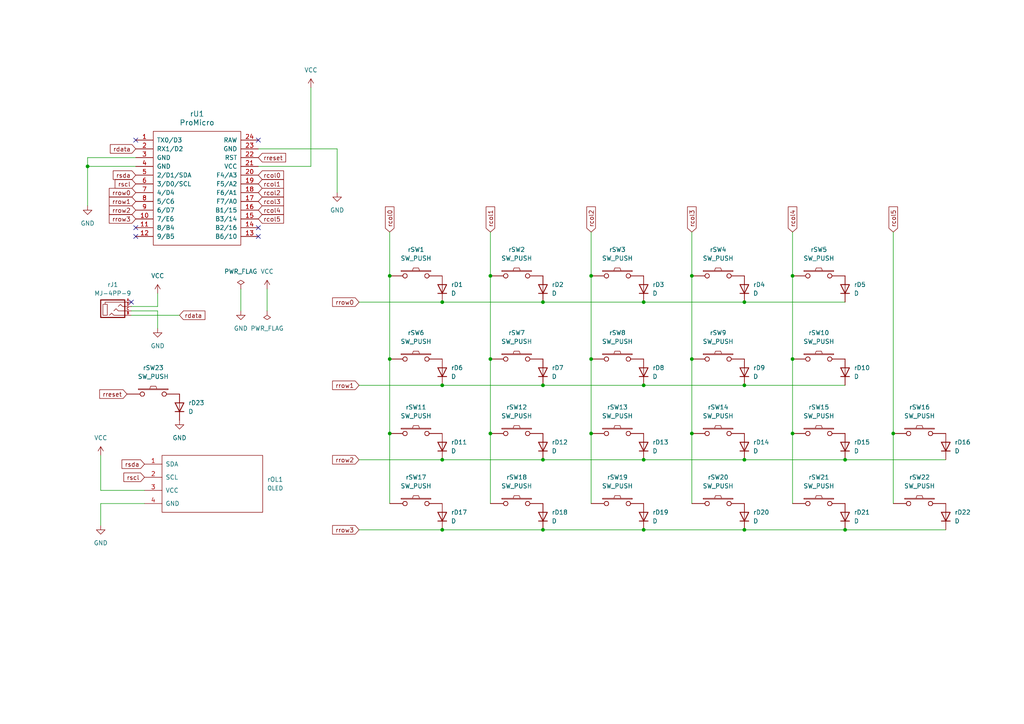
<source format=kicad_sch>
(kicad_sch (version 20230121) (generator eeschema)
  (paper "A4")
  (lib_symbols
    (symbol "Device:D" (pin_numbers hide) (pin_names (offset 1.016) hide)
      (property "Reference" "D" (at 0 2.54 0))
      (property "Value" "D" (at 0 -2.54 0))
      (symbol "D_0_1"
        (polyline (pts (xy -1.27 1.27) (xy -1.27 -1.27)) (stroke (width 0.254)))
        (polyline (pts (xy 1.27 0) (xy -1.27 0)))
        (polyline (pts (xy 1.27 1.27) (xy 1.27 -1.27) (xy -1.27 0) (xy 1.27 1.27)) (stroke (width 0.254)))
      )
      (symbol "D_1_1"
        (pin passive line (at -3.81 0 0) (length 2.54) (name "K") (number "1"))
        (pin passive line (at 3.81 0 180) (length 2.54) (name "A") (number "2"))
      )
    )
    (symbol "kbd:MJ-4PP-9" (pin_names (offset 1.016))
      (property "Reference" "J1" (at -0.3175 7.62 0))
      (property "Value" "MJ-4PP-9" (at -0.3175 5.08 0))
      (symbol "MJ-4PP-9_0_1"
        (rectangle (start -1.905 -1.27) (end -3.175 1.905))
        (polyline (pts (xy -2.54 1.905) (xy -2.54 2.54) (xy 3.175 2.54)))
        (polyline (pts (xy -1.27 -1.27) (xy -0.635 -0.635) (xy 0 -1.27) (xy 3.175 -1.27)))
        (polyline (pts (xy 0 0) (xy 0.635 0.635) (xy 1.27 0) (xy 3.175 0)))
        (polyline (pts (xy 1.27 1.27) (xy 1.905 1.905) (xy 2.54 1.27) (xy 3.175 1.27)))
        (rectangle (start 3.175 3.175) (end -3.81 -1.905) (stroke (width 0.3048)))
      )
      (symbol "MJ-4PP-9_1_1"
        (pin input line (at 5.08 2.54 180) (length 2.0066) (name "~") (number "A"))
        (pin input line (at 5.08 -1.27 180) (length 2.0066) (name "~") (number "B"))
        (pin input line (at 5.08 0 180) (length 2.0066) (name "~") (number "C"))
        (pin input line (at 5.08 1.27 180) (length 2.0066) (name "~") (number "D"))
      )
    )
    (symbol "kbd:OLED" (pin_names (offset 1.016))
      (property "Reference" "OL" (at 0 2.54 0))
      (property "Value" "OLED" (at 0 -1.27 0))
      (symbol "OLED_0_1"
        (rectangle (start -13.97 8.89) (end 15.24 -7.62))
      )
      (symbol "OLED_1_1"
        (pin bidirectional line (at -19.05 6.35 0) (length 5.08) (name "SDA") (number "1"))
        (pin bidirectional line (at -19.05 2.54 0) (length 5.08) (name "SCL") (number "2"))
        (pin power_in line (at -19.05 -1.27 0) (length 5.08) (name "VCC") (number "3"))
        (pin power_in line (at -19.05 -5.08 0) (length 5.08) (name "GND") (number "4"))
      )
    )
    (symbol "kbd:ProMicro" (pin_names (offset 1.016))
      (property "Reference" "U" (at 0 19.05 0))
      (property "Value" "ProMicro" (at 0 -19.05 0))
      (symbol "ProMicro_0_1"
        (rectangle (start -12.7 16.51) (end 12.7 -16.51))
      )
      (symbol "ProMicro_1_1"
        (pin bidirectional line (at -17.78 13.97 0) (length 5.08) (name "TX0/D3") (number "1"))
        (pin bidirectional line (at -17.78 -8.89 0) (length 5.08) (name "7/E6") (number "10"))
        (pin bidirectional line (at -17.78 -11.43 0) (length 5.08) (name "8/B4") (number "11"))
        (pin bidirectional line (at -17.78 -13.97 0) (length 5.08) (name "9/B5") (number "12"))
        (pin bidirectional line (at 17.78 -13.97 180) (length 5.08) (name "B6/10") (number "13"))
        (pin bidirectional line (at 17.78 -11.43 180) (length 5.08) (name "B2/16") (number "14"))
        (pin bidirectional line (at 17.78 -8.89 180) (length 5.08) (name "B3/14") (number "15"))
        (pin bidirectional line (at 17.78 -6.35 180) (length 5.08) (name "B1/15") (number "16"))
        (pin bidirectional line (at 17.78 -3.81 180) (length 5.08) (name "F7/A0") (number "17"))
        (pin bidirectional line (at 17.78 -1.27 180) (length 5.08) (name "F6/A1") (number "18"))
        (pin bidirectional line (at 17.78 1.27 180) (length 5.08) (name "F5/A2") (number "19"))
        (pin bidirectional line (at -17.78 11.43 0) (length 5.08) (name "RX1/D2") (number "2"))
        (pin bidirectional line (at 17.78 3.81 180) (length 5.08) (name "F4/A3") (number "20"))
        (pin power_in line (at 17.78 6.35 180) (length 5.08) (name "VCC") (number "21"))
        (pin input line (at 17.78 8.89 180) (length 5.08) (name "RST") (number "22"))
        (pin power_in line (at 17.78 11.43 180) (length 5.08) (name "GND") (number "23"))
        (pin power_out line (at 17.78 13.97 180) (length 5.08) (name "RAW") (number "24"))
        (pin power_in line (at -17.78 8.89 0) (length 5.08) (name "GND") (number "3"))
        (pin power_in line (at -17.78 6.35 0) (length 5.08) (name "GND") (number "4"))
        (pin bidirectional line (at -17.78 3.81 0) (length 5.08) (name "2/D1/SDA") (number "5"))
        (pin bidirectional line (at -17.78 1.27 0) (length 5.08) (name "3/D0/SCL") (number "6"))
        (pin bidirectional line (at -17.78 -1.27 0) (length 5.08) (name "4/D4") (number "7"))
        (pin bidirectional line (at -17.78 -3.81 0) (length 5.08) (name "5/C6") (number "8"))
        (pin bidirectional line (at -17.78 -6.35 0) (length 5.08) (name "6/D7") (number "9"))
      )
    )
    (symbol "kbd:SW_PUSH" (pin_numbers hide) (pin_names (offset 1.016) hide)
      (property "Reference" "SW" (at 3.81 2.794 0))
      (property "Value" "SW_PUSH" (at 0 -2.032 0))
      (symbol "SW_PUSH_0_1"
        (rectangle (start -4.318 1.27) (end 4.318 1.524))
        (polyline (pts (xy -1.016 1.524) (xy -0.762 2.286) (xy 0.762 2.286) (xy 1.016 1.524)))
        (pin passive inverted (at -7.62 0 0) (length 5.08) (name "1") (number "1"))
        (pin passive inverted (at 7.62 0 180) (length 5.08) (name "2") (number "2"))
      )
    )
    (symbol "power:GND" (power) (pin_names (offset 0))
      (property "Value" "GND" (at 0 -3.81 0))
      (symbol "GND_0_1"
        (polyline (pts (xy 0 0) (xy 0 -1.27) (xy 1.27 -1.27) (xy 0 -2.54) (xy -1.27 -1.27) (xy 0 -1.27)))
      )
      (symbol "GND_1_1"
        (pin power_in line (at 0 0 270) (length 0) hide (name "GND") (number "1"))
      )
    )
    (symbol "power:PWR_FLAG" (power) (pin_numbers hide) (pin_names (offset 0) hide)
      (property "Value" "PWR_FLAG" (at 0 3.81 0))
      (symbol "PWR_FLAG_0_0"
        (pin power_out line (at 0 0 90) (length 0) (name "pwr") (number "1"))
      )
      (symbol "PWR_FLAG_0_1"
        (polyline (pts (xy 0 0) (xy 0 1.27) (xy -1.016 1.905) (xy 0 2.54) (xy 1.016 1.905) (xy 0 1.27)))
      )
    )
    (symbol "power:VCC" (power) (pin_names (offset 0))
      (property "Value" "VCC" (at 0 3.81 0))
      (symbol "VCC_0_1"
        (polyline (pts (xy -0.762 1.27) (xy 0 2.54)))
        (polyline (pts (xy 0 0) (xy 0 2.54)))
        (polyline (pts (xy 0 2.54) (xy 0.762 1.27)))
      )
      (symbol "VCC_1_1"
        (pin power_in line (at 0 0 90) (length 0) hide (name "VCC") (number "1"))
      )
    )
  )
  (junction (at 186.69 111.76))
  (junction (at 128.27 133.35))
  (junction (at 113.03 80.01))
  (junction (at 128.27 111.76))
  (junction (at 229.87 80.01))
  (junction (at 245.11 133.35))
  (junction (at 200.66 125.73))
  (junction (at 215.9 153.67))
  (junction (at 113.03 125.73))
  (junction (at 142.24 125.73))
  (junction (at 157.48 87.63))
  (junction (at 200.66 80.01))
  (junction (at 157.48 111.76))
  (junction (at 157.48 133.35))
  (junction (at 245.11 153.67))
  (junction (at 113.03 104.14))
  (junction (at 128.27 87.63))
  (junction (at 171.45 104.14))
  (junction (at 171.45 80.01))
  (junction (at 215.9 133.35))
  (junction (at 186.69 133.35))
  (junction (at 186.69 153.67))
  (junction (at 128.27 153.67))
  (junction (at 25.4 48.26))
  (junction (at 259.08 125.73))
  (junction (at 215.9 87.63))
  (junction (at 157.48 153.67))
  (junction (at 142.24 104.14))
  (junction (at 215.9 111.76))
  (junction (at 186.69 87.63))
  (junction (at 229.87 104.14))
  (junction (at 200.66 104.14))
  (junction (at 171.45 125.73))
  (junction (at 142.24 80.01))
  (junction (at 229.87 125.73))
  (no_connect (at 39.37 40.64))
  (no_connect (at 39.37 68.58))
  (no_connect (at 74.93 40.64))
  (no_connect (at 39.37 66.04))
  (no_connect (at 74.93 66.04))
  (no_connect (at 74.93 68.58))
  (no_connect (at 38.1 87.63))
  (wire (pts (xy 171.45 67.31) (xy 171.45 80.01)))
  (wire (pts (xy 157.48 153.67) (xy 186.69 153.67)))
  (wire (pts (xy 128.27 87.63) (xy 157.48 87.63)))
  (wire (pts (xy 171.45 80.01) (xy 171.45 104.14)))
  (wire (pts (xy 245.11 133.35) (xy 274.32 133.35)))
  (wire (pts (xy 104.14 153.67) (xy 128.27 153.67)))
  (wire (pts (xy 29.21 152.4) (xy 29.21 146.05)))
  (wire (pts (xy 157.48 111.76) (xy 186.69 111.76)))
  (wire (pts (xy 200.66 125.73) (xy 200.66 146.05)))
  (wire (pts (xy 39.37 48.26) (xy 25.4 48.26)))
  (wire (pts (xy 186.69 87.63) (xy 215.9 87.63)))
  (wire (pts (xy 259.08 67.31) (xy 259.08 125.73)))
  (wire (pts (xy 142.24 104.14) (xy 142.24 125.73)))
  (wire (pts (xy 128.27 153.67) (xy 157.48 153.67)))
  (wire (pts (xy 77.47 83.82) (xy 77.47 90.17)))
  (wire (pts (xy 215.9 153.67) (xy 245.11 153.67)))
  (wire (pts (xy 200.66 67.31) (xy 200.66 80.01)))
  (wire (pts (xy 74.93 43.18) (xy 97.79 43.18)))
  (wire (pts (xy 245.11 153.67) (xy 274.32 153.67)))
  (wire (pts (xy 39.37 45.72) (xy 25.4 45.72)))
  (wire (pts (xy 200.66 104.14) (xy 200.66 125.73)))
  (wire (pts (xy 157.48 133.35) (xy 186.69 133.35)))
  (wire (pts (xy 171.45 104.14) (xy 171.45 125.73)))
  (wire (pts (xy 97.79 43.18) (xy 97.79 55.88)))
  (wire (pts (xy 90.17 48.26) (xy 90.17 25.4)))
  (wire (pts (xy 69.85 83.82) (xy 69.85 90.17)))
  (wire (pts (xy 186.69 153.67) (xy 215.9 153.67)))
  (wire (pts (xy 38.1 91.44) (xy 52.07 91.44)))
  (wire (pts (xy 104.14 111.76) (xy 128.27 111.76)))
  (wire (pts (xy 215.9 111.76) (xy 245.11 111.76)))
  (wire (pts (xy 113.03 104.14) (xy 113.03 125.73)))
  (wire (pts (xy 215.9 133.35) (xy 245.11 133.35)))
  (wire (pts (xy 229.87 80.01) (xy 229.87 104.14)))
  (wire (pts (xy 142.24 125.73) (xy 142.24 146.05)))
  (wire (pts (xy 113.03 80.01) (xy 113.03 104.14)))
  (wire (pts (xy 113.03 125.73) (xy 113.03 146.05)))
  (wire (pts (xy 171.45 125.73) (xy 171.45 146.05)))
  (wire (pts (xy 229.87 104.14) (xy 229.87 125.73)))
  (wire (pts (xy 25.4 45.72) (xy 25.4 48.26)))
  (wire (pts (xy 215.9 87.63) (xy 245.11 87.63)))
  (wire (pts (xy 29.21 142.24) (xy 29.21 132.08)))
  (wire (pts (xy 229.87 67.31) (xy 229.87 80.01)))
  (wire (pts (xy 41.91 142.24) (xy 29.21 142.24)))
  (wire (pts (xy 104.14 133.35) (xy 128.27 133.35)))
  (wire (pts (xy 157.48 87.63) (xy 186.69 87.63)))
  (wire (pts (xy 38.1 90.17) (xy 45.72 90.17)))
  (wire (pts (xy 229.87 125.73) (xy 229.87 146.05)))
  (wire (pts (xy 45.72 85.09) (xy 45.72 88.9)))
  (wire (pts (xy 128.27 111.76) (xy 157.48 111.76)))
  (wire (pts (xy 25.4 48.26) (xy 25.4 59.69)))
  (wire (pts (xy 200.66 80.01) (xy 200.66 104.14)))
  (wire (pts (xy 74.93 48.26) (xy 90.17 48.26)))
  (wire (pts (xy 186.69 111.76) (xy 215.9 111.76)))
  (wire (pts (xy 259.08 125.73) (xy 259.08 146.05)))
  (wire (pts (xy 45.72 88.9) (xy 38.1 88.9)))
  (wire (pts (xy 45.72 90.17) (xy 45.72 95.25)))
  (wire (pts (xy 142.24 80.01) (xy 142.24 104.14)))
  (wire (pts (xy 128.27 133.35) (xy 157.48 133.35)))
  (wire (pts (xy 113.03 67.31) (xy 113.03 80.01)))
  (wire (pts (xy 29.21 146.05) (xy 41.91 146.05)))
  (wire (pts (xy 186.69 133.35) (xy 215.9 133.35)))
  (wire (pts (xy 104.14 87.63) (xy 128.27 87.63)))
  (wire (pts (xy 142.24 67.31) (xy 142.24 80.01)))
  (global_label "rcol5" (shape input) (at 74.93 63.5 0) (property "Intersheetrefs" "${INTERSHEET_REFS}" (effects hide)))
  (global_label "rrow3" (shape input) (at 104.14 153.67 180) (property "Intersheetrefs" "${INTERSHEET_REFS}" (effects hide)))
  (global_label "rdata" (shape input) (at 52.07 91.44 0) (property "Intersheetrefs" "${INTERSHEET_REFS}" (effects hide)))
  (global_label "rrow0" (shape input) (at 104.14 87.63 180) (property "Intersheetrefs" "${INTERSHEET_REFS}" (effects hide)))
  (global_label "rcol0" (shape input) (at 113.03 67.31 90) (property "Intersheetrefs" "${INTERSHEET_REFS}" (effects hide)))
  (global_label "rcol1" (shape input) (at 74.93 53.34 0) (property "Intersheetrefs" "${INTERSHEET_REFS}" (effects hide)))
  (global_label "rcol2" (shape input) (at 171.45 67.31 90) (property "Intersheetrefs" "${INTERSHEET_REFS}" (effects hide)))
  (global_label "rcol3" (shape input) (at 74.93 58.42 0) (property "Intersheetrefs" "${INTERSHEET_REFS}" (effects hide)))
  (global_label "rcol3" (shape input) (at 200.66 67.31 90) (property "Intersheetrefs" "${INTERSHEET_REFS}" (effects hide)))
  (global_label "rcol4" (shape input) (at 74.93 60.96 0) (property "Intersheetrefs" "${INTERSHEET_REFS}" (effects hide)))
  (global_label "rrow3" (shape input) (at 39.37 63.5 180) (property "Intersheetrefs" "${INTERSHEET_REFS}" (effects hide)))
  (global_label "rscl" (shape input) (at 41.91 138.43 180) (property "Intersheetrefs" "${INTERSHEET_REFS}" (effects hide)))
  (global_label "rsda" (shape input) (at 39.37 50.8 180) (property "Intersheetrefs" "${INTERSHEET_REFS}" (effects hide)))
  (global_label "rrow0" (shape input) (at 39.37 55.88 180) (property "Intersheetrefs" "${INTERSHEET_REFS}" (effects hide)))
  (global_label "rscl" (shape input) (at 39.37 53.34 180) (property "Intersheetrefs" "${INTERSHEET_REFS}" (effects hide)))
  (global_label "rsda" (shape input) (at 41.91 134.62 180) (property "Intersheetrefs" "${INTERSHEET_REFS}" (effects hide)))
  (global_label "rcol1" (shape input) (at 142.24 67.31 90) (property "Intersheetrefs" "${INTERSHEET_REFS}" (effects hide)))
  (global_label "rreset" (shape input) (at 74.93 45.72 0) (property "Intersheetrefs" "${INTERSHEET_REFS}" (effects hide)))
  (global_label "rcol0" (shape input) (at 74.93 50.8 0) (property "Intersheetrefs" "${INTERSHEET_REFS}" (effects hide)))
  (global_label "rdata" (shape input) (at 39.37 43.18 180) (property "Intersheetrefs" "${INTERSHEET_REFS}" (effects hide)))
  (global_label "rrow2" (shape input) (at 39.37 60.96 180) (property "Intersheetrefs" "${INTERSHEET_REFS}" (effects hide)))
  (global_label "rcol4" (shape input) (at 229.87 67.31 90) (property "Intersheetrefs" "${INTERSHEET_REFS}" (effects hide)))
  (global_label "rrow1" (shape input) (at 39.37 58.42 180) (property "Intersheetrefs" "${INTERSHEET_REFS}" (effects hide)))
  (global_label "rreset" (shape input) (at 36.83 114.3 180) (property "Intersheetrefs" "${INTERSHEET_REFS}" (effects hide)))
  (global_label "rrow2" (shape input) (at 104.14 133.35 180) (property "Intersheetrefs" "${INTERSHEET_REFS}" (effects hide)))
  (global_label "rcol2" (shape input) (at 74.93 55.88 0) (property "Intersheetrefs" "${INTERSHEET_REFS}" (effects hide)))
  (global_label "rrow1" (shape input) (at 104.14 111.76 180) (property "Intersheetrefs" "${INTERSHEET_REFS}" (effects hide)))
  (global_label "rcol5" (shape input) (at 259.08 67.31 90) (property "Intersheetrefs" "${INTERSHEET_REFS}" (effects hide)))
  (symbol (lib_id "kbd:SW_PUSH") (at 149.86 146.05 0) (unit 1)
    (property "Reference" "rSW18" (at 149.86 138.43 0))
    (property "Value" "SW_PUSH" (at 149.86 140.97 0))
    (property "Footprint" "BrownSugar_KBD:Kailh_Choc_V1" (effects hide))
  )
  (symbol (lib_id "kbd:SW_PUSH") (at 149.86 125.73 0) (unit 1)
    (property "Reference" "rSW12" (at 149.86 118.11 0))
    (property "Value" "SW_PUSH" (at 149.86 120.65 0))
    (property "Footprint" "BrownSugar_KBD:Kailh_Choc_V1" (effects hide))
  )
  (symbol (lib_id "kbd:SW_PUSH") (at 237.49 125.73 0) (unit 1)
    (property "Reference" "rSW15" (at 237.49 118.11 0))
    (property "Value" "SW_PUSH" (at 237.49 120.65 0))
    (property "Footprint" "BrownSugar_KBD:Kailh_Choc_V1" (effects hide))
  )
  (symbol (lib_id "Device:D") (at 215.9 149.86 90) (unit 1)
    (property "Reference" "rD20" (at 218.44 148.59 90) (effects (justify right)))
    (property "Value" "D" (at 218.44 151.13 90) (effects (justify right)))
    (property "Footprint" "kbd:D3_TH_SMD" (effects hide))
    (property "Sim.Device" "D" (effects hide))
    (property "Sim.Pins" "1=K 2=A" (effects hide))
  )
  (symbol (lib_id "kbd:SW_PUSH") (at 44.45 114.3 0) (unit 1)
    (property "Reference" "rSW23" (at 44.45 106.68 0))
    (property "Value" "SW_PUSH" (at 44.45 109.22 0))
    (property "Footprint" "BrownSugar_KBD:SW_PUSH_6x3mm" (effects hide))
  )
  (symbol (lib_id "Device:D") (at 186.69 83.82 90) (unit 1)
    (property "Reference" "rD3" (at 189.23 82.55 90) (effects (justify right)))
    (property "Value" "D" (at 189.23 85.09 90) (effects (justify right)))
    (property "Footprint" "kbd:D3_TH_SMD" (effects hide))
    (property "Sim.Device" "D" (effects hide))
    (property "Sim.Pins" "1=K 2=A" (effects hide))
  )
  (symbol (lib_id "Device:D") (at 128.27 129.54 90) (unit 1)
    (property "Reference" "rD11" (at 130.81 128.27 90) (effects (justify right)))
    (property "Value" "D" (at 130.81 130.81 90) (effects (justify right)))
    (property "Footprint" "kbd:D3_TH_SMD" (effects hide))
    (property "Sim.Device" "D" (effects hide))
    (property "Sim.Pins" "1=K 2=A" (effects hide))
  )
  (symbol (lib_id "power:GND") (at 29.21 152.4 0) (unit 1)
    (property "Reference" "#rPWR010" (effects hide))
    (property "Value" "GND" (at 29.21 157.48 0))
  )
  (symbol (lib_id "power:GND") (at 69.85 90.17 0) (unit 1)
    (property "Reference" "#rPWR06" (effects hide))
    (property "Value" "GND" (at 69.85 95.25 0))
  )
  (symbol (lib_id "power:PWR_FLAG") (at 77.47 90.17 180) (unit 1)
    (property "Reference" "#FLG02" (effects hide))
    (property "Value" "PWR_FLAG" (at 77.47 95.25 0))
  )
  (symbol (lib_id "power:VCC") (at 29.21 132.08 0) (unit 1)
    (property "Reference" "#rPWR09" (effects hide))
    (property "Value" "VCC" (at 29.21 127 0))
  )
  (symbol (lib_id "Device:D") (at 245.11 149.86 90) (unit 1)
    (property "Reference" "rD21" (at 247.65 148.59 90) (effects (justify right)))
    (property "Value" "D" (at 247.65 151.13 90) (effects (justify right)))
    (property "Footprint" "kbd:D3_TH_SMD" (effects hide))
    (property "Sim.Device" "D" (effects hide))
    (property "Sim.Pins" "1=K 2=A" (effects hide))
  )
  (symbol (lib_id "power:GND") (at 45.72 95.25 0) (unit 1)
    (property "Reference" "#rPWR07" (effects hide))
    (property "Value" "GND" (at 45.72 100.33 0))
  )
  (symbol (lib_id "Device:D") (at 245.11 129.54 90) (unit 1)
    (property "Reference" "rD15" (at 247.65 128.27 90) (effects (justify right)))
    (property "Value" "D" (at 247.65 130.81 90) (effects (justify right)))
    (property "Footprint" "kbd:D3_TH_SMD" (effects hide))
    (property "Sim.Device" "D" (effects hide))
    (property "Sim.Pins" "1=K 2=A" (effects hide))
  )
  (symbol (lib_id "kbd:SW_PUSH") (at 179.07 104.14 0) (unit 1)
    (property "Reference" "rSW8" (at 179.07 96.52 0))
    (property "Value" "SW_PUSH" (at 179.07 99.06 0))
    (property "Footprint" "BrownSugar_KBD:Kailh_Choc_V1" (effects hide))
  )
  (symbol (lib_id "Device:D") (at 186.69 107.95 90) (unit 1)
    (property "Reference" "rD8" (at 189.23 106.68 90) (effects (justify right)))
    (property "Value" "D" (at 189.23 109.22 90) (effects (justify right)))
    (property "Footprint" "kbd:D3_TH_SMD" (effects hide))
    (property "Sim.Device" "D" (effects hide))
    (property "Sim.Pins" "1=K 2=A" (effects hide))
  )
  (symbol (lib_id "Device:D") (at 157.48 107.95 90) (unit 1)
    (property "Reference" "rD7" (at 160.02 106.68 90) (effects (justify right)))
    (property "Value" "D" (at 160.02 109.22 90) (effects (justify right)))
    (property "Footprint" "kbd:D3_TH_SMD" (effects hide))
    (property "Sim.Device" "D" (effects hide))
    (property "Sim.Pins" "1=K 2=A" (effects hide))
  )
  (symbol (lib_id "kbd:SW_PUSH") (at 266.7 146.05 0) (unit 1)
    (property "Reference" "rSW22" (at 266.7 138.43 0))
    (property "Value" "SW_PUSH" (at 266.7 140.97 0))
    (property "Footprint" "BrownSugar_KBD:Kailh_Choc_V1" (effects hide))
  )
  (symbol (lib_id "Device:D") (at 157.48 83.82 90) (unit 1)
    (property "Reference" "rD2" (at 160.02 82.55 90) (effects (justify right)))
    (property "Value" "D" (at 160.02 85.09 90) (effects (justify right)))
    (property "Footprint" "kbd:D3_TH_SMD" (effects hide))
    (property "Sim.Device" "D" (effects hide))
    (property "Sim.Pins" "1=K 2=A" (effects hide))
  )
  (symbol (lib_id "kbd:SW_PUSH") (at 120.65 146.05 0) (unit 1)
    (property "Reference" "rSW17" (at 120.65 138.43 0))
    (property "Value" "SW_PUSH" (at 120.65 140.97 0))
    (property "Footprint" "BrownSugar_KBD:Kailh_Choc_V1" (effects hide))
  )
  (symbol (lib_id "power:VCC") (at 45.72 85.09 0) (unit 1)
    (property "Reference" "#rPWR05" (effects hide))
    (property "Value" "VCC" (at 45.72 80.01 0))
  )
  (symbol (lib_id "kbd:SW_PUSH") (at 120.65 125.73 0) (unit 1)
    (property "Reference" "rSW11" (at 120.65 118.11 0))
    (property "Value" "SW_PUSH" (at 120.65 120.65 0))
    (property "Footprint" "BrownSugar_KBD:Kailh_Choc_V1" (effects hide))
  )
  (symbol (lib_id "Device:D") (at 215.9 107.95 90) (unit 1)
    (property "Reference" "rD9" (at 218.44 106.68 90) (effects (justify right)))
    (property "Value" "D" (at 218.44 109.22 90) (effects (justify right)))
    (property "Footprint" "kbd:D3_TH_SMD" (effects hide))
    (property "Sim.Device" "D" (effects hide))
    (property "Sim.Pins" "1=K 2=A" (effects hide))
  )
  (symbol (lib_id "power:VCC") (at 90.17 25.4 0) (unit 1)
    (property "Reference" "#rPWR01" (effects hide))
    (property "Value" "VCC" (at 90.17 20.32 0))
  )
  (symbol (lib_id "kbd:SW_PUSH") (at 266.7 125.73 0) (unit 1)
    (property "Reference" "rSW16" (at 266.7 118.11 0))
    (property "Value" "SW_PUSH" (at 266.7 120.65 0))
    (property "Footprint" "BrownSugar_KBD:Kailh_Choc_V1" (effects hide))
  )
  (symbol (lib_id "kbd:SW_PUSH") (at 149.86 104.14 0) (unit 1)
    (property "Reference" "rSW7" (at 149.86 96.52 0))
    (property "Value" "SW_PUSH" (at 149.86 99.06 0))
    (property "Footprint" "BrownSugar_KBD:Kailh_Choc_V1" (effects hide))
  )
  (symbol (lib_id "kbd:SW_PUSH") (at 237.49 104.14 0) (unit 1)
    (property "Reference" "rSW10" (at 237.49 96.52 0))
    (property "Value" "SW_PUSH" (at 237.49 99.06 0))
    (property "Footprint" "BrownSugar_KBD:Kailh_Choc_V1" (effects hide))
  )
  (symbol (lib_id "kbd:SW_PUSH") (at 208.28 146.05 0) (unit 1)
    (property "Reference" "rSW20" (at 208.28 138.43 0))
    (property "Value" "SW_PUSH" (at 208.28 140.97 0))
    (property "Footprint" "BrownSugar_KBD:Kailh_Choc_V1" (effects hide))
  )
  (symbol (lib_id "kbd:OLED") (at 60.96 140.97 0) (unit 1)
    (property "Reference" "rOL1" (at 77.47 139.065 0) (effects (font (size 1.2954 1.2954)) (justify left)))
    (property "Value" "OLED" (at 77.47 141.605 0) (effects (font (size 1.1938 1.1938)) (justify left)))
    (property "Footprint" "kbd:OLED" (effects hide))
  )
  (symbol (lib_id "kbd:SW_PUSH") (at 179.07 125.73 0) (unit 1)
    (property "Reference" "rSW13" (at 179.07 118.11 0))
    (property "Value" "SW_PUSH" (at 179.07 120.65 0))
    (property "Footprint" "BrownSugar_KBD:Kailh_Choc_V1" (effects hide))
  )
  (symbol (lib_id "power:GND") (at 97.79 55.88 0) (unit 1)
    (property "Reference" "#rPWR02" (effects hide))
    (property "Value" "GND" (at 97.79 60.96 0))
  )
  (symbol (lib_id "Device:D") (at 186.69 129.54 90) (unit 1)
    (property "Reference" "rD13" (at 189.23 128.27 90) (effects (justify right)))
    (property "Value" "D" (at 189.23 130.81 90) (effects (justify right)))
    (property "Footprint" "kbd:D3_TH_SMD" (effects hide))
    (property "Sim.Device" "D" (effects hide))
    (property "Sim.Pins" "1=K 2=A" (effects hide))
  )
  (symbol (lib_id "Device:D") (at 157.48 149.86 90) (unit 1)
    (property "Reference" "rD18" (at 160.02 148.59 90) (effects (justify right)))
    (property "Value" "D" (at 160.02 151.13 90) (effects (justify right)))
    (property "Footprint" "kbd:D3_TH_SMD" (effects hide))
    (property "Sim.Device" "D" (effects hide))
    (property "Sim.Pins" "1=K 2=A" (effects hide))
  )
  (symbol (lib_id "kbd:SW_PUSH") (at 208.28 125.73 0) (unit 1)
    (property "Reference" "rSW14" (at 208.28 118.11 0))
    (property "Value" "SW_PUSH" (at 208.28 120.65 0))
    (property "Footprint" "BrownSugar_KBD:Kailh_Choc_V1" (effects hide))
  )
  (symbol (lib_id "Device:D") (at 274.32 149.86 90) (unit 1)
    (property "Reference" "rD22" (at 276.86 148.59 90) (effects (justify right)))
    (property "Value" "D" (at 276.86 151.13 90) (effects (justify right)))
    (property "Footprint" "kbd:D3_TH_SMD" (effects hide))
    (property "Sim.Device" "D" (effects hide))
    (property "Sim.Pins" "1=K 2=A" (effects hide))
  )
  (symbol (lib_id "kbd:SW_PUSH") (at 120.65 80.01 0) (unit 1)
    (property "Reference" "rSW1" (at 120.65 72.39 0))
    (property "Value" "SW_PUSH" (at 120.65 74.93 0))
    (property "Footprint" "BrownSugar_KBD:Kailh_Choc_V1" (effects hide))
  )
  (symbol (lib_id "kbd:SW_PUSH") (at 179.07 146.05 0) (unit 1)
    (property "Reference" "rSW19" (at 179.07 138.43 0))
    (property "Value" "SW_PUSH" (at 179.07 140.97 0))
    (property "Footprint" "BrownSugar_KBD:Kailh_Choc_V1" (effects hide))
  )
  (symbol (lib_id "kbd:SW_PUSH") (at 120.65 104.14 0) (unit 1)
    (property "Reference" "rSW6" (at 120.65 96.52 0))
    (property "Value" "SW_PUSH" (at 120.65 99.06 0))
    (property "Footprint" "BrownSugar_KBD:Kailh_Choc_V1" (effects hide))
  )
  (symbol (lib_id "kbd:ProMicro") (at 57.15 54.61 0) (unit 1)
    (property "Reference" "rU1" (at 57.15 33.02 0) (effects (font (size 1.524 1.524))))
    (property "Value" "ProMicro" (at 57.15 35.56 0) (effects (font (size 1.524 1.524))))
    (property "Footprint" "BrownSugar_KBD:ProMicro_r" (effects hide))
  )
  (symbol (lib_id "kbd:MJ-4PP-9") (at 33.02 90.17 0) (unit 1)
    (property "Reference" "rJ1" (at 32.7025 82.55 0))
    (property "Value" "MJ-4PP-9" (at 32.7025 85.09 0))
    (property "Footprint" "BrownSugar_KBD:TRRS_PJ-320A" (effects hide))
  )
  (symbol (lib_id "Device:D") (at 215.9 129.54 90) (unit 1)
    (property "Reference" "rD14" (at 218.44 128.27 90) (effects (justify right)))
    (property "Value" "D" (at 218.44 130.81 90) (effects (justify right)))
    (property "Footprint" "kbd:D3_TH_SMD" (effects hide))
    (property "Sim.Device" "D" (effects hide))
    (property "Sim.Pins" "1=K 2=A" (effects hide))
  )
  (symbol (lib_id "power:VCC") (at 77.47 83.82 0) (unit 1)
    (property "Reference" "#rPWR04" (effects hide))
    (property "Value" "VCC" (at 77.47 78.74 0))
  )
  (symbol (lib_id "kbd:SW_PUSH") (at 149.86 80.01 0) (unit 1)
    (property "Reference" "rSW2" (at 149.86 72.39 0))
    (property "Value" "SW_PUSH" (at 149.86 74.93 0))
    (property "Footprint" "BrownSugar_KBD:Kailh_Choc_V1" (effects hide))
  )
  (symbol (lib_id "Device:D") (at 245.11 107.95 90) (unit 1)
    (property "Reference" "rD10" (at 247.65 106.68 90) (effects (justify right)))
    (property "Value" "D" (at 247.65 109.22 90) (effects (justify right)))
    (property "Footprint" "kbd:D3_TH_SMD" (effects hide))
    (property "Sim.Device" "D" (effects hide))
    (property "Sim.Pins" "1=K 2=A" (effects hide))
  )
  (symbol (lib_id "power:PWR_FLAG") (at 69.85 83.82 0) (unit 1)
    (property "Reference" "#FLG01" (effects hide))
    (property "Value" "PWR_FLAG" (at 69.85 78.74 0))
  )
  (symbol (lib_id "kbd:SW_PUSH") (at 237.49 80.01 0) (unit 1)
    (property "Reference" "rSW5" (at 237.49 72.39 0))
    (property "Value" "SW_PUSH" (at 237.49 74.93 0))
    (property "Footprint" "BrownSugar_KBD:Kailh_Choc_V1" (effects hide))
  )
  (symbol (lib_id "Device:D") (at 245.11 83.82 90) (unit 1)
    (property "Reference" "rD5" (at 247.65 82.55 90) (effects (justify right)))
    (property "Value" "D" (at 247.65 85.09 90) (effects (justify right)))
    (property "Footprint" "kbd:D3_TH_SMD" (effects hide))
    (property "Sim.Device" "D" (effects hide))
    (property "Sim.Pins" "1=K 2=A" (effects hide))
  )
  (symbol (lib_id "power:GND") (at 52.07 121.92 0) (unit 1)
    (property "Reference" "#rPWR08" (effects hide))
    (property "Value" "GND" (at 52.07 127 0))
  )
  (symbol (lib_id "kbd:SW_PUSH") (at 208.28 80.01 0) (unit 1)
    (property "Reference" "rSW4" (at 208.28 72.39 0))
    (property "Value" "SW_PUSH" (at 208.28 74.93 0))
    (property "Footprint" "BrownSugar_KBD:Kailh_Choc_V1" (effects hide))
  )
  (symbol (lib_id "Device:D") (at 128.27 149.86 90) (unit 1)
    (property "Reference" "rD17" (at 130.81 148.59 90) (effects (justify right)))
    (property "Value" "D" (at 130.81 151.13 90) (effects (justify right)))
    (property "Footprint" "kbd:D3_TH_SMD" (effects hide))
    (property "Sim.Device" "D" (effects hide))
    (property "Sim.Pins" "1=K 2=A" (effects hide))
  )
  (symbol (lib_id "Device:D") (at 215.9 83.82 90) (unit 1)
    (property "Reference" "rD4" (at 218.44 82.55 90) (effects (justify right)))
    (property "Value" "D" (at 218.44 85.09 90) (effects (justify right)))
    (property "Footprint" "kbd:D3_TH_SMD" (effects hide))
    (property "Sim.Device" "D" (effects hide))
    (property "Sim.Pins" "1=K 2=A" (effects hide))
  )
  (symbol (lib_id "kbd:SW_PUSH") (at 237.49 146.05 0) (unit 1)
    (property "Reference" "rSW21" (at 237.49 138.43 0))
    (property "Value" "SW_PUSH" (at 237.49 140.97 0))
    (property "Footprint" "BrownSugar_KBD:Kailh_Choc_V1" (effects hide))
  )
  (symbol (lib_id "Device:D") (at 186.69 149.86 90) (unit 1)
    (property "Reference" "rD19" (at 189.23 148.59 90) (effects (justify right)))
    (property "Value" "D" (at 189.23 151.13 90) (effects (justify right)))
    (property "Footprint" "kbd:D3_TH_SMD" (effects hide))
    (property "Sim.Device" "D" (effects hide))
    (property "Sim.Pins" "1=K 2=A" (effects hide))
  )
  (symbol (lib_id "kbd:SW_PUSH") (at 179.07 80.01 0) (unit 1)
    (property "Reference" "rSW3" (at 179.07 72.39 0))
    (property "Value" "SW_PUSH" (at 179.07 74.93 0))
    (property "Footprint" "BrownSugar_KBD:Kailh_Choc_V1" (effects hide))
  )
  (symbol (lib_id "Device:D") (at 52.07 118.11 90) (unit 1)
    (property "Reference" "rD23" (at 54.61 116.84 90) (effects (justify right)))
    (property "Value" "D" (at 54.61 119.38 90) (effects (justify right)))
    (property "Footprint" "kbd:D3_TH_SMD" (effects hide))
    (property "Sim.Device" "D" (effects hide))
    (property "Sim.Pins" "1=K 2=A" (effects hide))
  )
  (symbol (lib_id "Device:D") (at 128.27 83.82 90) (unit 1)
    (property "Reference" "rD1" (at 130.81 82.55 90) (effects (justify right)))
    (property "Value" "D" (at 130.81 85.09 90) (effects (justify right)))
    (property "Footprint" "kbd:D3_TH_SMD" (effects hide))
    (property "Sim.Device" "D" (effects hide))
    (property "Sim.Pins" "1=K 2=A" (effects hide))
  )
  (symbol (lib_id "Device:D") (at 274.32 129.54 90) (unit 1)
    (property "Reference" "rD16" (at 276.86 128.27 90) (effects (justify right)))
    (property "Value" "D" (at 276.86 130.81 90) (effects (justify right)))
    (property "Footprint" "kbd:D3_TH_SMD" (effects hide))
    (property "Sim.Device" "D" (effects hide))
    (property "Sim.Pins" "1=K 2=A" (effects hide))
  )
  (symbol (lib_id "kbd:SW_PUSH") (at 208.28 104.14 0) (unit 1)
    (property "Reference" "rSW9" (at 208.28 96.52 0))
    (property "Value" "SW_PUSH" (at 208.28 99.06 0))
    (property "Footprint" "BrownSugar_KBD:Kailh_Choc_V1" (effects hide))
  )
  (symbol (lib_id "Device:D") (at 128.27 107.95 90) (unit 1)
    (property "Reference" "rD6" (at 130.81 106.68 90) (effects (justify right)))
    (property "Value" "D" (at 130.81 109.22 90) (effects (justify right)))
    (property "Footprint" "kbd:D3_TH_SMD" (effects hide))
    (property "Sim.Device" "D" (effects hide))
    (property "Sim.Pins" "1=K 2=A" (effects hide))
  )
  (symbol (lib_id "Device:D") (at 157.48 129.54 90) (unit 1)
    (property "Reference" "rD12" (at 160.02 128.27 90) (effects (justify right)))
    (property "Value" "D" (at 160.02 130.81 90) (effects (justify right)))
    (property "Footprint" "kbd:D3_TH_SMD" (effects hide))
    (property "Sim.Device" "D" (effects hide))
    (property "Sim.Pins" "1=K 2=A" (effects hide))
  )
  (symbol (lib_id "power:GND") (at 25.4 59.69 0) (unit 1)
    (property "Reference" "#rPWR03" (effects hide))
    (property "Value" "GND" (at 25.4 64.77 0))
  )
)
</source>
